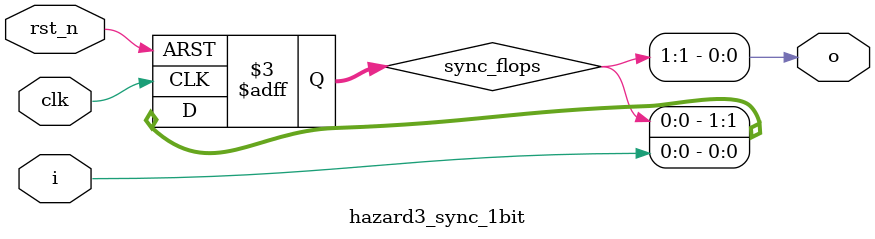
<source format=v>
/*****************************************************************************\
|                        Copyright (C) 2021 Luke Wren                         |
|                     SPDX-License-Identifier: Apache-2.0                     |
\*****************************************************************************/

// A 2FF synchronizer to mitigate metastabilities. This is a baseline
// implementation -- you should replace it with cells specific to your
// FPGA/process

`ifndef HAZARD3_REG_KEEP_ATTRIBUTE
`define HAZARD3_REG_KEEP_ATTRIBUTE (* keep = 1'b1 *)
`endif

`default_nettype none

module hazard3_sync_1bit #(
	parameter N_STAGES = 2 // Should be >=2
) (
	input wire clk,
	input wire rst_n,
	input wire i,
	output wire o
);

`HAZARD3_REG_KEEP_ATTRIBUTE reg [N_STAGES-1:0] sync_flops;

always @ (posedge clk or negedge rst_n)
	if (!rst_n)
		sync_flops <= {N_STAGES{1'b0}};
	else
		sync_flops <= {sync_flops[N_STAGES-2:0], i};

assign o = sync_flops[N_STAGES-1];

endmodule

`default_nettype wire

</source>
